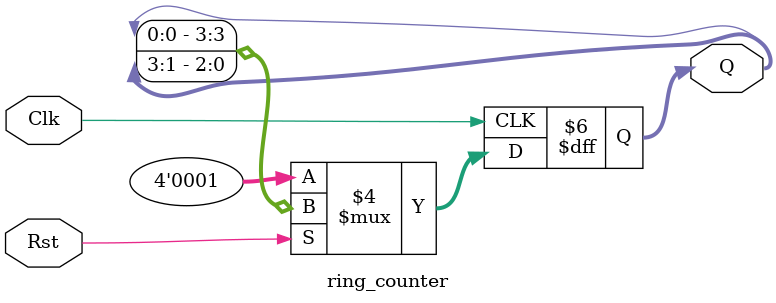
<source format=v>
`timescale 1ns / 1ps


module ring_counter(
    input Rst,
    input Clk,
    output reg[3:0] Q
    );
    always @(posedge Clk)
    begin
    if(!Rst)
    Q=4'b0001;
    else
    Q<={Q[0],Q[3:1]};
    end
endmodule

</source>
